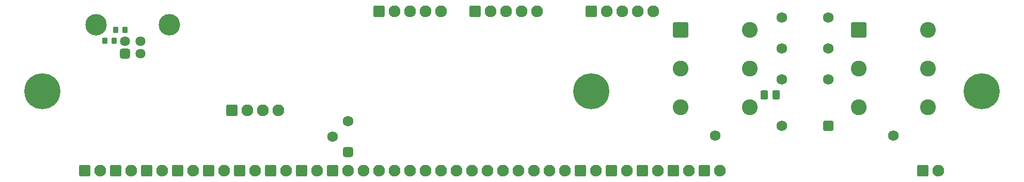
<source format=gbs>
G04 Layer_Color=16711935*
%FSLAX25Y25*%
%MOIN*%
G70*
G01*
G75*
%ADD39C,0.06800*%
G04:AMPARAMS|DCode=58|XSize=33.59mil|YSize=41.47mil|CornerRadius=7.2mil|HoleSize=0mil|Usage=FLASHONLY|Rotation=180.000|XOffset=0mil|YOffset=0mil|HoleType=Round|Shape=RoundedRectangle|*
%AMROUNDEDRECTD58*
21,1,0.03359,0.02707,0,0,180.0*
21,1,0.01919,0.04147,0,0,180.0*
1,1,0.01440,-0.00960,0.01353*
1,1,0.01440,0.00960,0.01353*
1,1,0.01440,0.00960,-0.01353*
1,1,0.01440,-0.00960,-0.01353*
%
%ADD58ROUNDEDRECTD58*%
G04:AMPARAMS|DCode=64|XSize=47.37mil|YSize=59.18mil|CornerRadius=8.92mil|HoleSize=0mil|Usage=FLASHONLY|Rotation=180.000|XOffset=0mil|YOffset=0mil|HoleType=Round|Shape=RoundedRectangle|*
%AMROUNDEDRECTD64*
21,1,0.04737,0.04134,0,0,180.0*
21,1,0.02953,0.05918,0,0,180.0*
1,1,0.01784,-0.01476,0.02067*
1,1,0.01784,0.01476,0.02067*
1,1,0.01784,0.01476,-0.02067*
1,1,0.01784,-0.01476,-0.02067*
%
%ADD64ROUNDEDRECTD64*%
G04:AMPARAMS|DCode=75|XSize=64.22mil|YSize=64.22mil|CornerRadius=12.43mil|HoleSize=0mil|Usage=FLASHONLY|Rotation=180.000|XOffset=0mil|YOffset=0mil|HoleType=Round|Shape=RoundedRectangle|*
%AMROUNDEDRECTD75*
21,1,0.06422,0.03935,0,0,180.0*
21,1,0.03935,0.06422,0,0,180.0*
1,1,0.02487,-0.01968,0.01968*
1,1,0.02487,0.01968,0.01968*
1,1,0.02487,0.01968,-0.01968*
1,1,0.02487,-0.01968,-0.01968*
%
%ADD75ROUNDEDRECTD75*%
%ADD76C,0.06422*%
%ADD77C,0.13855*%
%ADD78C,0.07600*%
G04:AMPARAMS|DCode=79|XSize=76mil|YSize=76mil|CornerRadius=14.2mil|HoleSize=0mil|Usage=FLASHONLY|Rotation=270.000|XOffset=0mil|YOffset=0mil|HoleType=Round|Shape=RoundedRectangle|*
%AMROUNDEDRECTD79*
21,1,0.07600,0.04760,0,0,270.0*
21,1,0.04760,0.07600,0,0,270.0*
1,1,0.02840,-0.02380,-0.02380*
1,1,0.02840,-0.02380,0.02380*
1,1,0.02840,0.02380,0.02380*
1,1,0.02840,0.02380,-0.02380*
%
%ADD79ROUNDEDRECTD79*%
%ADD80C,0.23241*%
%ADD81C,0.03556*%
G04:AMPARAMS|DCode=82|XSize=68mil|YSize=68mil|CornerRadius=13mil|HoleSize=0mil|Usage=FLASHONLY|Rotation=90.000|XOffset=0mil|YOffset=0mil|HoleType=Round|Shape=RoundedRectangle|*
%AMROUNDEDRECTD82*
21,1,0.06800,0.04200,0,0,90.0*
21,1,0.04200,0.06800,0,0,90.0*
1,1,0.02600,0.02100,0.02100*
1,1,0.02600,0.02100,-0.02100*
1,1,0.02600,-0.02100,-0.02100*
1,1,0.02600,-0.02100,0.02100*
%
%ADD82ROUNDEDRECTD82*%
G04:AMPARAMS|DCode=83|XSize=68mil|YSize=68mil|CornerRadius=19mil|HoleSize=0mil|Usage=FLASHONLY|Rotation=90.000|XOffset=0mil|YOffset=0mil|HoleType=Round|Shape=RoundedRectangle|*
%AMROUNDEDRECTD83*
21,1,0.06800,0.03000,0,0,90.0*
21,1,0.03000,0.06800,0,0,90.0*
1,1,0.03800,0.01500,0.01500*
1,1,0.03800,0.01500,-0.01500*
1,1,0.03800,-0.01500,-0.01500*
1,1,0.03800,-0.01500,0.01500*
%
%ADD83ROUNDEDRECTD83*%
G04:AMPARAMS|DCode=84|XSize=102.49mil|YSize=102.49mil|CornerRadius=15.81mil|HoleSize=0mil|Usage=FLASHONLY|Rotation=270.000|XOffset=0mil|YOffset=0mil|HoleType=Round|Shape=RoundedRectangle|*
%AMROUNDEDRECTD84*
21,1,0.10249,0.07087,0,0,270.0*
21,1,0.07087,0.10249,0,0,270.0*
1,1,0.03162,-0.03543,-0.03543*
1,1,0.03162,-0.03543,0.03543*
1,1,0.03162,0.03543,0.03543*
1,1,0.03162,0.03543,-0.03543*
%
%ADD84ROUNDEDRECTD84*%
%ADD85C,0.10249*%
D39*
X523000Y106000D02*
D03*
Y126000D02*
D03*
Y146000D02*
D03*
X493000D02*
D03*
Y126000D02*
D03*
Y106000D02*
D03*
Y76000D02*
D03*
X203000Y69000D02*
D03*
X213000Y79000D02*
D03*
X565000Y69772D02*
D03*
X450000D02*
D03*
D58*
X56047Y131000D02*
D03*
X61953D02*
D03*
X68953Y138000D02*
D03*
X63047D02*
D03*
D64*
X489437Y96000D02*
D03*
X481563D02*
D03*
D75*
X69079Y122728D02*
D03*
D76*
Y130602D02*
D03*
X78921D02*
D03*
Y122728D02*
D03*
D77*
X97701Y141272D02*
D03*
X50299D02*
D03*
D78*
X148000Y86000D02*
D03*
X158000D02*
D03*
X168000D02*
D03*
X325000Y150000D02*
D03*
X315000D02*
D03*
X305000D02*
D03*
X335000D02*
D03*
X263000D02*
D03*
X253000D02*
D03*
X243000D02*
D03*
X273000D02*
D03*
X73000Y47000D02*
D03*
X273000D02*
D03*
X263000D02*
D03*
X243000D02*
D03*
X213000D02*
D03*
X223000D02*
D03*
X233000D02*
D03*
X253000D02*
D03*
X283000D02*
D03*
X293000D02*
D03*
X303000D02*
D03*
X313000D02*
D03*
X323000D02*
D03*
X333000D02*
D03*
X343000D02*
D03*
X353000D02*
D03*
X193000D02*
D03*
X173000D02*
D03*
X153000D02*
D03*
X133000D02*
D03*
X113000D02*
D03*
X93000D02*
D03*
X453000D02*
D03*
X433000D02*
D03*
X373000D02*
D03*
X413000D02*
D03*
X393000D02*
D03*
X594000D02*
D03*
X400000Y150000D02*
D03*
X390000D02*
D03*
X380000D02*
D03*
X410000D02*
D03*
X53000Y47000D02*
D03*
D79*
X138000Y86000D02*
D03*
X295000Y150000D02*
D03*
X233000D02*
D03*
X63000Y47000D02*
D03*
X203000D02*
D03*
X183000D02*
D03*
X163000D02*
D03*
X143000D02*
D03*
X123000D02*
D03*
X103000D02*
D03*
X83000D02*
D03*
X443000D02*
D03*
X423000D02*
D03*
X363000D02*
D03*
X403000D02*
D03*
X383000D02*
D03*
X584000D02*
D03*
X370000Y150000D02*
D03*
X43000Y47000D02*
D03*
D80*
X370079Y98425D02*
D03*
X622047D02*
D03*
X15748D02*
D03*
D81*
X361811D02*
D03*
X364279Y104225D02*
D03*
X370079Y106693D02*
D03*
X375879Y104225D02*
D03*
X378346Y98425D02*
D03*
X375979Y92525D02*
D03*
X370079Y90158D02*
D03*
X364179Y92625D02*
D03*
X613779Y98425D02*
D03*
X616247Y104225D02*
D03*
X622047Y106693D02*
D03*
X627847Y104225D02*
D03*
X630315Y98425D02*
D03*
X627947Y92525D02*
D03*
X622047Y90158D02*
D03*
X616147Y92625D02*
D03*
X7480Y98425D02*
D03*
X9948Y104225D02*
D03*
X15748Y106693D02*
D03*
X21548Y104225D02*
D03*
X24016Y98425D02*
D03*
X21648Y92525D02*
D03*
X15748Y90158D02*
D03*
X9848Y92625D02*
D03*
D82*
X523000Y76000D02*
D03*
D83*
X213000Y59000D02*
D03*
D84*
X542559Y138000D02*
D03*
X427559D02*
D03*
D85*
X542559Y88000D02*
D03*
Y113000D02*
D03*
X587441Y138000D02*
D03*
Y88000D02*
D03*
Y113000D02*
D03*
X472441D02*
D03*
Y88000D02*
D03*
Y138000D02*
D03*
X427559Y113000D02*
D03*
Y88000D02*
D03*
M02*

</source>
